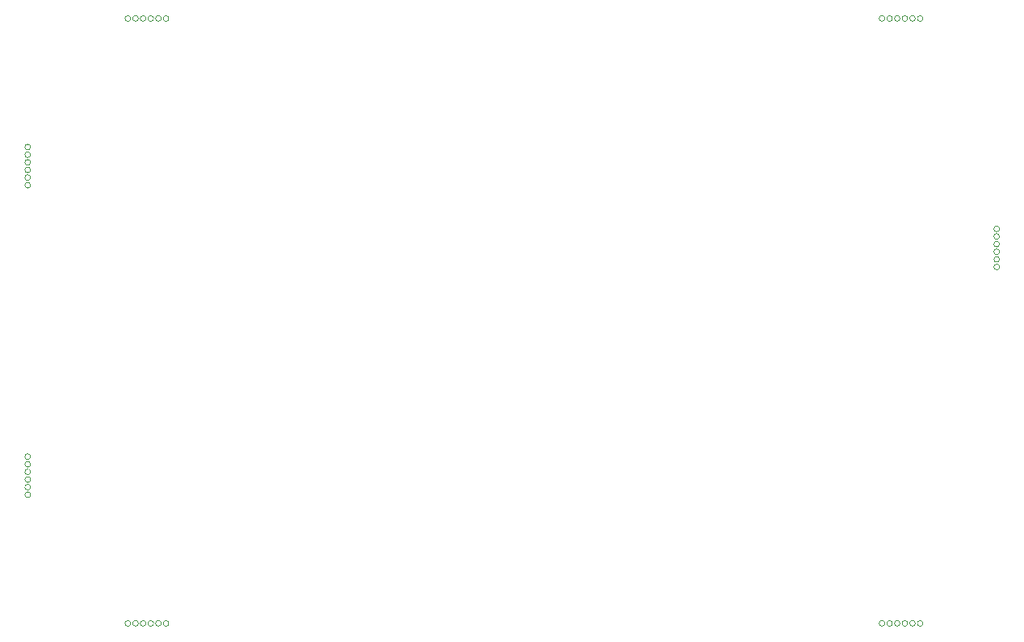
<source format=gbr>
G04*
G04 #@! TF.GenerationSoftware,Altium Limited,Altium Designer,25.0.2 (28)*
G04*
G04 Layer_Color=16711935*
%FSLAX24Y24*%
%MOIN*%
G70*
G04*
G04 #@! TF.SameCoordinates,4B7BC283-7035-4C9F-97D5-5998C8FB6373*
G04*
G04*
G04 #@! TF.FilePolarity,Positive*
G04*
G01*
G75*
%ADD11C,0.0039*%
D11*
X59967Y-37145D02*
G03*
X59967Y-37145I-118J0D01*
G01*
Y-36830D02*
G03*
X59967Y-36830I-118J0D01*
G01*
Y-36515D02*
G03*
X59967Y-36515I-118J0D01*
G01*
Y-36201D02*
G03*
X59967Y-36201I-118J0D01*
G01*
Y-35571D02*
G03*
X59967Y-35571I-118J0D01*
G01*
Y-35886D02*
G03*
X59967Y-35886I-118J0D01*
G01*
X19972Y-32190D02*
G03*
X19972Y-32190I-118J0D01*
G01*
Y-32505D02*
G03*
X19972Y-32505I-118J0D01*
G01*
Y-32820D02*
G03*
X19972Y-32820I-118J0D01*
G01*
Y-33135D02*
G03*
X19972Y-33135I-118J0D01*
G01*
Y-33765D02*
G03*
X19972Y-33765I-118J0D01*
G01*
Y-33450D02*
G03*
X19972Y-33450I-118J0D01*
G01*
Y-46245D02*
G03*
X19972Y-46245I-118J0D01*
G01*
Y-46560D02*
G03*
X19972Y-46560I-118J0D01*
G01*
Y-45930D02*
G03*
X19972Y-45930I-118J0D01*
G01*
Y-45615D02*
G03*
X19972Y-45615I-118J0D01*
G01*
Y-45300D02*
G03*
X19972Y-45300I-118J0D01*
G01*
Y-44985D02*
G03*
X19972Y-44985I-118J0D01*
G01*
X55547Y-26875D02*
G03*
X55547Y-26875I-118J0D01*
G01*
X55232D02*
G03*
X55232Y-26875I-118J0D01*
G01*
X55862D02*
G03*
X55862Y-26875I-118J0D01*
G01*
X56177D02*
G03*
X56177Y-26875I-118J0D01*
G01*
X56492D02*
G03*
X56492Y-26875I-118J0D01*
G01*
X56807D02*
G03*
X56807Y-26875I-118J0D01*
G01*
X24421D02*
G03*
X24421Y-26875I-118J0D01*
G01*
X24106D02*
G03*
X24106Y-26875I-118J0D01*
G01*
X24736D02*
G03*
X24736Y-26875I-118J0D01*
G01*
X25051D02*
G03*
X25051Y-26875I-118J0D01*
G01*
X25366D02*
G03*
X25366Y-26875I-118J0D01*
G01*
X25681D02*
G03*
X25681Y-26875I-118J0D01*
G01*
X24421Y-51875D02*
G03*
X24421Y-51875I-118J0D01*
G01*
X24106D02*
G03*
X24106Y-51875I-118J0D01*
G01*
X24736D02*
G03*
X24736Y-51875I-118J0D01*
G01*
X25051D02*
G03*
X25051Y-51875I-118J0D01*
G01*
X25366D02*
G03*
X25366Y-51875I-118J0D01*
G01*
X25681D02*
G03*
X25681Y-51875I-118J0D01*
G01*
X56807D02*
G03*
X56807Y-51875I-118J0D01*
G01*
X56492D02*
G03*
X56492Y-51875I-118J0D01*
G01*
X56177D02*
G03*
X56177Y-51875I-118J0D01*
G01*
X55862D02*
G03*
X55862Y-51875I-118J0D01*
G01*
X55232D02*
G03*
X55232Y-51875I-118J0D01*
G01*
X55547D02*
G03*
X55547Y-51875I-118J0D01*
G01*
M02*

</source>
